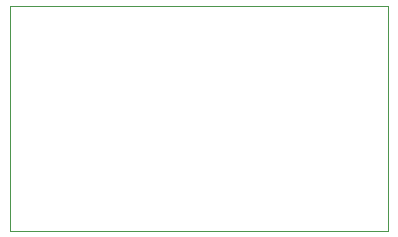
<source format=gbr>
%TF.GenerationSoftware,KiCad,Pcbnew,(6.0.1)*%
%TF.CreationDate,2022-06-04T23:11:39+02:00*%
%TF.ProjectId,esp-lvl,6573702d-6c76-46c2-9e6b-696361645f70,rev?*%
%TF.SameCoordinates,Original*%
%TF.FileFunction,Profile,NP*%
%FSLAX46Y46*%
G04 Gerber Fmt 4.6, Leading zero omitted, Abs format (unit mm)*
G04 Created by KiCad (PCBNEW (6.0.1)) date 2022-06-04 23:11:39*
%MOMM*%
%LPD*%
G01*
G04 APERTURE LIST*
%TA.AperFunction,Profile*%
%ADD10C,0.100000*%
%TD*%
G04 APERTURE END LIST*
D10*
X116000000Y-86000000D02*
X116000000Y-67000000D01*
X116000000Y-67000000D02*
X84000000Y-67000000D01*
X84000000Y-86000000D02*
X116000000Y-86000000D01*
X84000000Y-67000000D02*
X84000000Y-86000000D01*
M02*

</source>
